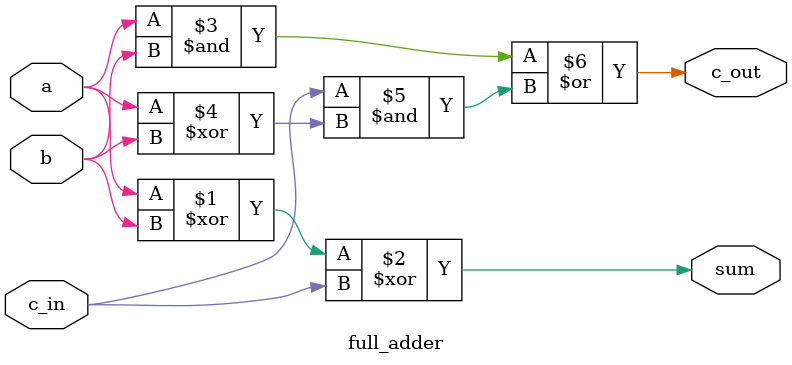
<source format=v>
module full_adder (
    input a, b, c_in, // Define input ports a, b and c_in
    output sum , c_out // Define output ports sum and c_out
);

assign sum = a ^ b ^ c_in; // Define Sum logic
assign c_out = ((a & b) | (c_in & (a ^ b))); // Define Carry_out logic

endmodule

</source>
